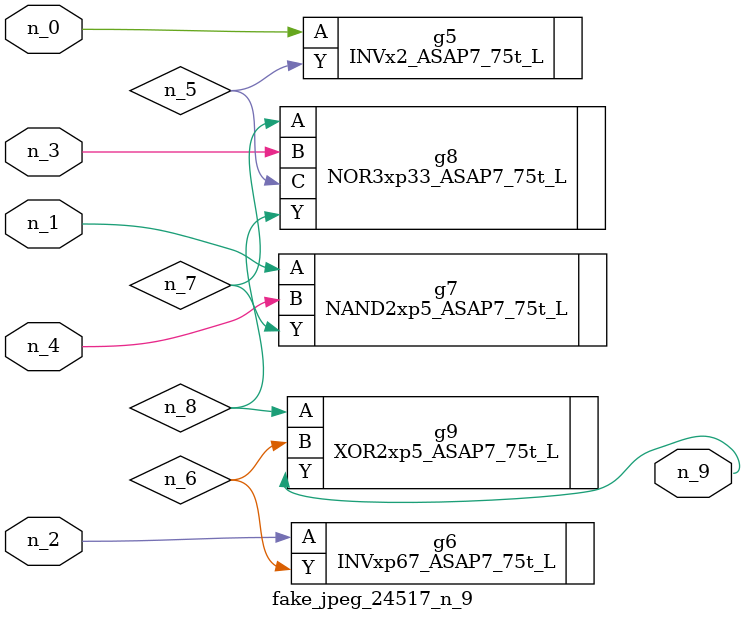
<source format=v>
module fake_jpeg_24517_n_9 (n_3, n_2, n_1, n_0, n_4, n_9);

input n_3;
input n_2;
input n_1;
input n_0;
input n_4;

output n_9;

wire n_8;
wire n_6;
wire n_5;
wire n_7;

INVx2_ASAP7_75t_L g5 ( 
.A(n_0),
.Y(n_5)
);

INVxp67_ASAP7_75t_L g6 ( 
.A(n_2),
.Y(n_6)
);

NAND2xp5_ASAP7_75t_L g7 ( 
.A(n_1),
.B(n_4),
.Y(n_7)
);

NOR3xp33_ASAP7_75t_L g8 ( 
.A(n_7),
.B(n_3),
.C(n_5),
.Y(n_8)
);

XOR2xp5_ASAP7_75t_L g9 ( 
.A(n_8),
.B(n_6),
.Y(n_9)
);


endmodule
</source>
